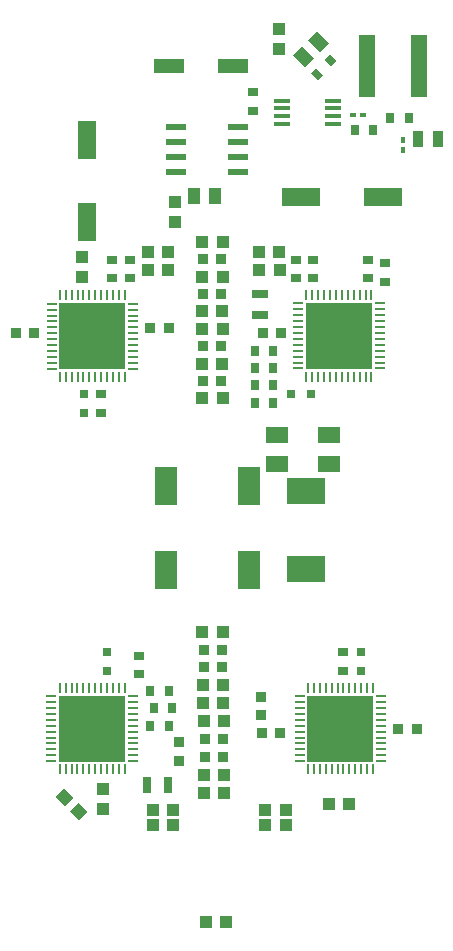
<source format=gtp>
G04 #@! TF.GenerationSoftware,KiCad,Pcbnew,(5.1.9)-1*
G04 #@! TF.CreationDate,2021-04-21T23:02:33-04:00*
G04 #@! TF.ProjectId,RoboRIO-IO-Link-Master,526f626f-5249-44f2-9d49-4f2d4c696e6b,rev?*
G04 #@! TF.SameCoordinates,Original*
G04 #@! TF.FileFunction,Paste,Top*
G04 #@! TF.FilePolarity,Positive*
%FSLAX46Y46*%
G04 Gerber Fmt 4.6, Leading zero omitted, Abs format (unit mm)*
G04 Created by KiCad (PCBNEW (5.1.9)-1) date 2021-04-21 23:02:33*
%MOMM*%
%LPD*%
G01*
G04 APERTURE LIST*
%ADD10C,0.152400*%
%ADD11R,0.812800X0.762000*%
%ADD12R,3.251200X2.235200*%
%ADD13R,1.879600X3.251200*%
%ADD14R,1.900000X1.400000*%
%ADD15R,5.588000X5.588000*%
%ADD16R,0.203200X0.812800*%
%ADD17R,0.812800X0.203200*%
%ADD18R,1.371600X0.457200*%
%ADD19R,1.651000X0.558800*%
%ADD20R,1.450000X0.803200*%
%ADD21R,0.762000X0.812800*%
%ADD22R,0.803200X1.450000*%
%ADD23R,0.812800X1.346200*%
%ADD24R,1.397000X5.308600*%
%ADD25R,0.870000X0.930000*%
%ADD26R,0.800000X0.655600*%
%ADD27R,1.000000X1.100000*%
%ADD28R,0.655600X0.800000*%
%ADD29R,0.930000X0.870000*%
%ADD30C,0.100000*%
%ADD31R,1.100000X1.000000*%
%ADD32R,1.066800X1.397000*%
%ADD33R,3.302000X1.498600*%
%ADD34R,1.498600X3.302000*%
%ADD35R,0.300000X0.505600*%
%ADD36R,0.505600X0.300000*%
%ADD37R,2.616200X1.219200*%
%ADD38R,0.930000X0.910000*%
G04 APERTURE END LIST*
D10*
X42467200Y-88977800D02*
X43664200Y-88977800D01*
X42467200Y-87780800D02*
X42467200Y-88977800D01*
X43664200Y-87780800D02*
X42467200Y-87780800D01*
X43664200Y-88977800D02*
X43664200Y-87780800D01*
X42467200Y-90374800D02*
X43664200Y-90374800D01*
X42467200Y-89177800D02*
X42467200Y-90374800D01*
X43664200Y-89177800D02*
X42467200Y-89177800D01*
X43664200Y-90374800D02*
X43664200Y-89177800D01*
X42467200Y-91771800D02*
X43664200Y-91771800D01*
X42467200Y-90574800D02*
X42467200Y-91771800D01*
X43664200Y-90574800D02*
X42467200Y-90574800D01*
X43664200Y-91771800D02*
X43664200Y-90574800D01*
X42467200Y-93168800D02*
X43664200Y-93168800D01*
X42467200Y-91971800D02*
X42467200Y-93168800D01*
X43664200Y-91971800D02*
X42467200Y-91971800D01*
X43664200Y-93168800D02*
X43664200Y-91971800D01*
X43864200Y-88977800D02*
X45061200Y-88977800D01*
X43864200Y-87780800D02*
X43864200Y-88977800D01*
X45061200Y-87780800D02*
X43864200Y-87780800D01*
X45061200Y-88977800D02*
X45061200Y-87780800D01*
X43864200Y-90374800D02*
X45061200Y-90374800D01*
X43864200Y-89177800D02*
X43864200Y-90374800D01*
X45061200Y-89177800D02*
X43864200Y-89177800D01*
X45061200Y-90374800D02*
X45061200Y-89177800D01*
X43864200Y-91771800D02*
X45061200Y-91771800D01*
X43864200Y-90574800D02*
X43864200Y-91771800D01*
X45061200Y-90574800D02*
X43864200Y-90574800D01*
X45061200Y-91771800D02*
X45061200Y-90574800D01*
X43864200Y-93168800D02*
X45061200Y-93168800D01*
X43864200Y-91971800D02*
X43864200Y-93168800D01*
X45061200Y-91971800D02*
X43864200Y-91971800D01*
X45061200Y-93168800D02*
X45061200Y-91971800D01*
X45261200Y-88977800D02*
X46458200Y-88977800D01*
X45261200Y-87780800D02*
X45261200Y-88977800D01*
X46458200Y-87780800D02*
X45261200Y-87780800D01*
X46458200Y-88977800D02*
X46458200Y-87780800D01*
X45261200Y-90374800D02*
X46458200Y-90374800D01*
X45261200Y-89177800D02*
X45261200Y-90374800D01*
X46458200Y-89177800D02*
X45261200Y-89177800D01*
X46458200Y-90374800D02*
X46458200Y-89177800D01*
X45261200Y-91771800D02*
X46458200Y-91771800D01*
X45261200Y-90574800D02*
X45261200Y-91771800D01*
X46458200Y-90574800D02*
X45261200Y-90574800D01*
X46458200Y-91771800D02*
X46458200Y-90574800D01*
X45261200Y-93168800D02*
X46458200Y-93168800D01*
X45261200Y-91971800D02*
X45261200Y-93168800D01*
X46458200Y-91971800D02*
X45261200Y-91971800D01*
X46458200Y-93168800D02*
X46458200Y-91971800D01*
X46658200Y-88977800D02*
X47855200Y-88977800D01*
X46658200Y-87780800D02*
X46658200Y-88977800D01*
X47855200Y-87780800D02*
X46658200Y-87780800D01*
X47855200Y-88977800D02*
X47855200Y-87780800D01*
X46658200Y-90374800D02*
X47855200Y-90374800D01*
X46658200Y-89177800D02*
X46658200Y-90374800D01*
X47855200Y-89177800D02*
X46658200Y-89177800D01*
X47855200Y-90374800D02*
X47855200Y-89177800D01*
X46658200Y-91771800D02*
X47855200Y-91771800D01*
X46658200Y-90574800D02*
X46658200Y-91771800D01*
X47855200Y-90574800D02*
X46658200Y-90574800D01*
X47855200Y-91771800D02*
X47855200Y-90574800D01*
X46658200Y-93168800D02*
X47855200Y-93168800D01*
X46658200Y-91971800D02*
X46658200Y-93168800D01*
X47855200Y-91971800D02*
X46658200Y-91971800D01*
X47855200Y-93168800D02*
X47855200Y-91971800D01*
X63346000Y-88952400D02*
X64543000Y-88952400D01*
X63346000Y-87755400D02*
X63346000Y-88952400D01*
X64543000Y-87755400D02*
X63346000Y-87755400D01*
X64543000Y-88952400D02*
X64543000Y-87755400D01*
X63346000Y-90349400D02*
X64543000Y-90349400D01*
X63346000Y-89152400D02*
X63346000Y-90349400D01*
X64543000Y-89152400D02*
X63346000Y-89152400D01*
X64543000Y-90349400D02*
X64543000Y-89152400D01*
X63346000Y-91746400D02*
X64543000Y-91746400D01*
X63346000Y-90549400D02*
X63346000Y-91746400D01*
X64543000Y-90549400D02*
X63346000Y-90549400D01*
X64543000Y-91746400D02*
X64543000Y-90549400D01*
X63346000Y-93143400D02*
X64543000Y-93143400D01*
X63346000Y-91946400D02*
X63346000Y-93143400D01*
X64543000Y-91946400D02*
X63346000Y-91946400D01*
X64543000Y-93143400D02*
X64543000Y-91946400D01*
X64743000Y-88952400D02*
X65940000Y-88952400D01*
X64743000Y-87755400D02*
X64743000Y-88952400D01*
X65940000Y-87755400D02*
X64743000Y-87755400D01*
X65940000Y-88952400D02*
X65940000Y-87755400D01*
X64743000Y-90349400D02*
X65940000Y-90349400D01*
X64743000Y-89152400D02*
X64743000Y-90349400D01*
X65940000Y-89152400D02*
X64743000Y-89152400D01*
X65940000Y-90349400D02*
X65940000Y-89152400D01*
X64743000Y-91746400D02*
X65940000Y-91746400D01*
X64743000Y-90549400D02*
X64743000Y-91746400D01*
X65940000Y-90549400D02*
X64743000Y-90549400D01*
X65940000Y-91746400D02*
X65940000Y-90549400D01*
X64743000Y-93143400D02*
X65940000Y-93143400D01*
X64743000Y-91946400D02*
X64743000Y-93143400D01*
X65940000Y-91946400D02*
X64743000Y-91946400D01*
X65940000Y-93143400D02*
X65940000Y-91946400D01*
X66140000Y-88952400D02*
X67337000Y-88952400D01*
X66140000Y-87755400D02*
X66140000Y-88952400D01*
X67337000Y-87755400D02*
X66140000Y-87755400D01*
X67337000Y-88952400D02*
X67337000Y-87755400D01*
X66140000Y-90349400D02*
X67337000Y-90349400D01*
X66140000Y-89152400D02*
X66140000Y-90349400D01*
X67337000Y-89152400D02*
X66140000Y-89152400D01*
X67337000Y-90349400D02*
X67337000Y-89152400D01*
X66140000Y-91746400D02*
X67337000Y-91746400D01*
X66140000Y-90549400D02*
X66140000Y-91746400D01*
X67337000Y-90549400D02*
X66140000Y-90549400D01*
X67337000Y-91746400D02*
X67337000Y-90549400D01*
X66140000Y-93143400D02*
X67337000Y-93143400D01*
X66140000Y-91946400D02*
X66140000Y-93143400D01*
X67337000Y-91946400D02*
X66140000Y-91946400D01*
X67337000Y-93143400D02*
X67337000Y-91946400D01*
X67537000Y-88952400D02*
X68734000Y-88952400D01*
X67537000Y-87755400D02*
X67537000Y-88952400D01*
X68734000Y-87755400D02*
X67537000Y-87755400D01*
X68734000Y-88952400D02*
X68734000Y-87755400D01*
X67537000Y-90349400D02*
X68734000Y-90349400D01*
X67537000Y-89152400D02*
X67537000Y-90349400D01*
X68734000Y-89152400D02*
X67537000Y-89152400D01*
X68734000Y-90349400D02*
X68734000Y-89152400D01*
X67537000Y-91746400D02*
X68734000Y-91746400D01*
X67537000Y-90549400D02*
X67537000Y-91746400D01*
X68734000Y-90549400D02*
X67537000Y-90549400D01*
X68734000Y-91746400D02*
X68734000Y-90549400D01*
X67537000Y-93143400D02*
X68734000Y-93143400D01*
X67537000Y-91946400D02*
X67537000Y-93143400D01*
X68734000Y-91946400D02*
X67537000Y-91946400D01*
X68734000Y-93143400D02*
X68734000Y-91946400D01*
X47842500Y-125195000D02*
X46645500Y-125195000D01*
X47842500Y-126392000D02*
X47842500Y-125195000D01*
X46645500Y-126392000D02*
X47842500Y-126392000D01*
X46645500Y-125195000D02*
X46645500Y-126392000D01*
X47842500Y-123798000D02*
X46645500Y-123798000D01*
X47842500Y-124995000D02*
X47842500Y-123798000D01*
X46645500Y-124995000D02*
X47842500Y-124995000D01*
X46645500Y-123798000D02*
X46645500Y-124995000D01*
X47842500Y-122401000D02*
X46645500Y-122401000D01*
X47842500Y-123598000D02*
X47842500Y-122401000D01*
X46645500Y-123598000D02*
X47842500Y-123598000D01*
X46645500Y-122401000D02*
X46645500Y-123598000D01*
X47842500Y-121004000D02*
X46645500Y-121004000D01*
X47842500Y-122201000D02*
X47842500Y-121004000D01*
X46645500Y-122201000D02*
X47842500Y-122201000D01*
X46645500Y-121004000D02*
X46645500Y-122201000D01*
X46445500Y-125195000D02*
X45248500Y-125195000D01*
X46445500Y-126392000D02*
X46445500Y-125195000D01*
X45248500Y-126392000D02*
X46445500Y-126392000D01*
X45248500Y-125195000D02*
X45248500Y-126392000D01*
X46445500Y-123798000D02*
X45248500Y-123798000D01*
X46445500Y-124995000D02*
X46445500Y-123798000D01*
X45248500Y-124995000D02*
X46445500Y-124995000D01*
X45248500Y-123798000D02*
X45248500Y-124995000D01*
X46445500Y-122401000D02*
X45248500Y-122401000D01*
X46445500Y-123598000D02*
X46445500Y-122401000D01*
X45248500Y-123598000D02*
X46445500Y-123598000D01*
X45248500Y-122401000D02*
X45248500Y-123598000D01*
X46445500Y-121004000D02*
X45248500Y-121004000D01*
X46445500Y-122201000D02*
X46445500Y-121004000D01*
X45248500Y-122201000D02*
X46445500Y-122201000D01*
X45248500Y-121004000D02*
X45248500Y-122201000D01*
X45048500Y-125195000D02*
X43851500Y-125195000D01*
X45048500Y-126392000D02*
X45048500Y-125195000D01*
X43851500Y-126392000D02*
X45048500Y-126392000D01*
X43851500Y-125195000D02*
X43851500Y-126392000D01*
X45048500Y-123798000D02*
X43851500Y-123798000D01*
X45048500Y-124995000D02*
X45048500Y-123798000D01*
X43851500Y-124995000D02*
X45048500Y-124995000D01*
X43851500Y-123798000D02*
X43851500Y-124995000D01*
X45048500Y-122401000D02*
X43851500Y-122401000D01*
X45048500Y-123598000D02*
X45048500Y-122401000D01*
X43851500Y-123598000D02*
X45048500Y-123598000D01*
X43851500Y-122401000D02*
X43851500Y-123598000D01*
X45048500Y-121004000D02*
X43851500Y-121004000D01*
X45048500Y-122201000D02*
X45048500Y-121004000D01*
X43851500Y-122201000D02*
X45048500Y-122201000D01*
X43851500Y-121004000D02*
X43851500Y-122201000D01*
X43651500Y-125195000D02*
X42454500Y-125195000D01*
X43651500Y-126392000D02*
X43651500Y-125195000D01*
X42454500Y-126392000D02*
X43651500Y-126392000D01*
X42454500Y-125195000D02*
X42454500Y-126392000D01*
X43651500Y-123798000D02*
X42454500Y-123798000D01*
X43651500Y-124995000D02*
X43651500Y-123798000D01*
X42454500Y-124995000D02*
X43651500Y-124995000D01*
X42454500Y-123798000D02*
X42454500Y-124995000D01*
X43651500Y-122401000D02*
X42454500Y-122401000D01*
X43651500Y-123598000D02*
X43651500Y-122401000D01*
X42454500Y-123598000D02*
X43651500Y-123598000D01*
X42454500Y-122401000D02*
X42454500Y-123598000D01*
X43651500Y-121004000D02*
X42454500Y-121004000D01*
X43651500Y-122201000D02*
X43651500Y-121004000D01*
X42454500Y-122201000D02*
X43651500Y-122201000D01*
X42454500Y-121004000D02*
X42454500Y-122201000D01*
X68861000Y-125195000D02*
X67664000Y-125195000D01*
X68861000Y-126392000D02*
X68861000Y-125195000D01*
X67664000Y-126392000D02*
X68861000Y-126392000D01*
X67664000Y-125195000D02*
X67664000Y-126392000D01*
X68861000Y-123798000D02*
X67664000Y-123798000D01*
X68861000Y-124995000D02*
X68861000Y-123798000D01*
X67664000Y-124995000D02*
X68861000Y-124995000D01*
X67664000Y-123798000D02*
X67664000Y-124995000D01*
X68861000Y-122401000D02*
X67664000Y-122401000D01*
X68861000Y-123598000D02*
X68861000Y-122401000D01*
X67664000Y-123598000D02*
X68861000Y-123598000D01*
X67664000Y-122401000D02*
X67664000Y-123598000D01*
X68861000Y-121004000D02*
X67664000Y-121004000D01*
X68861000Y-122201000D02*
X68861000Y-121004000D01*
X67664000Y-122201000D02*
X68861000Y-122201000D01*
X67664000Y-121004000D02*
X67664000Y-122201000D01*
X67464000Y-125195000D02*
X66267000Y-125195000D01*
X67464000Y-126392000D02*
X67464000Y-125195000D01*
X66267000Y-126392000D02*
X67464000Y-126392000D01*
X66267000Y-125195000D02*
X66267000Y-126392000D01*
X67464000Y-123798000D02*
X66267000Y-123798000D01*
X67464000Y-124995000D02*
X67464000Y-123798000D01*
X66267000Y-124995000D02*
X67464000Y-124995000D01*
X66267000Y-123798000D02*
X66267000Y-124995000D01*
X67464000Y-122401000D02*
X66267000Y-122401000D01*
X67464000Y-123598000D02*
X67464000Y-122401000D01*
X66267000Y-123598000D02*
X67464000Y-123598000D01*
X66267000Y-122401000D02*
X66267000Y-123598000D01*
X67464000Y-121004000D02*
X66267000Y-121004000D01*
X67464000Y-122201000D02*
X67464000Y-121004000D01*
X66267000Y-122201000D02*
X67464000Y-122201000D01*
X66267000Y-121004000D02*
X66267000Y-122201000D01*
X66067000Y-125195000D02*
X64870000Y-125195000D01*
X66067000Y-126392000D02*
X66067000Y-125195000D01*
X64870000Y-126392000D02*
X66067000Y-126392000D01*
X64870000Y-125195000D02*
X64870000Y-126392000D01*
X66067000Y-123798000D02*
X64870000Y-123798000D01*
X66067000Y-124995000D02*
X66067000Y-123798000D01*
X64870000Y-124995000D02*
X66067000Y-124995000D01*
X64870000Y-123798000D02*
X64870000Y-124995000D01*
X66067000Y-122401000D02*
X64870000Y-122401000D01*
X66067000Y-123598000D02*
X66067000Y-122401000D01*
X64870000Y-123598000D02*
X66067000Y-123598000D01*
X64870000Y-122401000D02*
X64870000Y-123598000D01*
X66067000Y-121004000D02*
X64870000Y-121004000D01*
X66067000Y-122201000D02*
X66067000Y-121004000D01*
X64870000Y-122201000D02*
X66067000Y-122201000D01*
X64870000Y-121004000D02*
X64870000Y-122201000D01*
X64670000Y-125195000D02*
X63473000Y-125195000D01*
X64670000Y-126392000D02*
X64670000Y-125195000D01*
X63473000Y-126392000D02*
X64670000Y-126392000D01*
X63473000Y-125195000D02*
X63473000Y-126392000D01*
X64670000Y-123798000D02*
X63473000Y-123798000D01*
X64670000Y-124995000D02*
X64670000Y-123798000D01*
X63473000Y-124995000D02*
X64670000Y-124995000D01*
X63473000Y-123798000D02*
X63473000Y-124995000D01*
X64670000Y-122401000D02*
X63473000Y-122401000D01*
X64670000Y-123598000D02*
X64670000Y-122401000D01*
X63473000Y-123598000D02*
X64670000Y-123598000D01*
X63473000Y-122401000D02*
X63473000Y-123598000D01*
X64670000Y-121004000D02*
X63473000Y-121004000D01*
X64670000Y-122201000D02*
X64670000Y-121004000D01*
X63473000Y-122201000D02*
X64670000Y-122201000D01*
X63473000Y-121004000D02*
X63473000Y-122201000D01*
D11*
X45923200Y-96939100D03*
X45923200Y-95389700D03*
X66421000Y-117233700D03*
X66421000Y-118783100D03*
D12*
X63246000Y-110185200D03*
X63246000Y-103555800D03*
D13*
X58420000Y-110236000D03*
X51435000Y-110236000D03*
X58420000Y-103187500D03*
X51435000Y-103187500D03*
D14*
X65192000Y-101250600D03*
X60792000Y-101250600D03*
X60792000Y-98850600D03*
X65192000Y-98850600D03*
D15*
X45161200Y-90474800D03*
D16*
X47911200Y-93929200D03*
X47411201Y-93929200D03*
X46911199Y-93929200D03*
X46411200Y-93929200D03*
X45911201Y-93929200D03*
X45411200Y-93929200D03*
X44911200Y-93929200D03*
X44411199Y-93929200D03*
X43911200Y-93929200D03*
X43411201Y-93929200D03*
X42911199Y-93929200D03*
X42411200Y-93929200D03*
D17*
X41706800Y-93224800D03*
X41706800Y-92724801D03*
X41706800Y-92224799D03*
X41706800Y-91724800D03*
X41706800Y-91224801D03*
X41706800Y-90724800D03*
X41706800Y-90224800D03*
X41706800Y-89724799D03*
X41706800Y-89224800D03*
X41706800Y-88724801D03*
X41706800Y-88224799D03*
X41706800Y-87724800D03*
D16*
X42411200Y-87020400D03*
X42911199Y-87020400D03*
X43411201Y-87020400D03*
X43911200Y-87020400D03*
X44411199Y-87020400D03*
X44911200Y-87020400D03*
X45411200Y-87020400D03*
X45911201Y-87020400D03*
X46411200Y-87020400D03*
X46911199Y-87020400D03*
X47411201Y-87020400D03*
X47911200Y-87020400D03*
D17*
X48615600Y-87724800D03*
X48615600Y-88224799D03*
X48615600Y-88724801D03*
X48615600Y-89224800D03*
X48615600Y-89724799D03*
X48615600Y-90224800D03*
X48615600Y-90724800D03*
X48615600Y-91224801D03*
X48615600Y-91724800D03*
X48615600Y-92224799D03*
X48615600Y-92724801D03*
X48615600Y-93224800D03*
D15*
X66040000Y-90449400D03*
D16*
X68790000Y-93903800D03*
X68290001Y-93903800D03*
X67789999Y-93903800D03*
X67290000Y-93903800D03*
X66790001Y-93903800D03*
X66290000Y-93903800D03*
X65790000Y-93903800D03*
X65289999Y-93903800D03*
X64790000Y-93903800D03*
X64290001Y-93903800D03*
X63789999Y-93903800D03*
X63290000Y-93903800D03*
D17*
X62585600Y-93199400D03*
X62585600Y-92699401D03*
X62585600Y-92199399D03*
X62585600Y-91699400D03*
X62585600Y-91199401D03*
X62585600Y-90699400D03*
X62585600Y-90199400D03*
X62585600Y-89699399D03*
X62585600Y-89199400D03*
X62585600Y-88699401D03*
X62585600Y-88199399D03*
X62585600Y-87699400D03*
D16*
X63290000Y-86995000D03*
X63789999Y-86995000D03*
X64290001Y-86995000D03*
X64790000Y-86995000D03*
X65289999Y-86995000D03*
X65790000Y-86995000D03*
X66290000Y-86995000D03*
X66790001Y-86995000D03*
X67290000Y-86995000D03*
X67789999Y-86995000D03*
X68290001Y-86995000D03*
X68790000Y-86995000D03*
D17*
X69494400Y-87699400D03*
X69494400Y-88199399D03*
X69494400Y-88699401D03*
X69494400Y-89199400D03*
X69494400Y-89699399D03*
X69494400Y-90199400D03*
X69494400Y-90699400D03*
X69494400Y-91199401D03*
X69494400Y-91699400D03*
X69494400Y-92199399D03*
X69494400Y-92699401D03*
X69494400Y-93199400D03*
D15*
X45148500Y-123698000D03*
D16*
X42398500Y-120243600D03*
X42898499Y-120243600D03*
X43398501Y-120243600D03*
X43898500Y-120243600D03*
X44398499Y-120243600D03*
X44898500Y-120243600D03*
X45398500Y-120243600D03*
X45898501Y-120243600D03*
X46398500Y-120243600D03*
X46898499Y-120243600D03*
X47398501Y-120243600D03*
X47898500Y-120243600D03*
D17*
X48602900Y-120948000D03*
X48602900Y-121447999D03*
X48602900Y-121948001D03*
X48602900Y-122448000D03*
X48602900Y-122947999D03*
X48602900Y-123448000D03*
X48602900Y-123948000D03*
X48602900Y-124448001D03*
X48602900Y-124948000D03*
X48602900Y-125447999D03*
X48602900Y-125948001D03*
X48602900Y-126448000D03*
D16*
X47898500Y-127152400D03*
X47398501Y-127152400D03*
X46898499Y-127152400D03*
X46398500Y-127152400D03*
X45898501Y-127152400D03*
X45398500Y-127152400D03*
X44898500Y-127152400D03*
X44398499Y-127152400D03*
X43898500Y-127152400D03*
X43398501Y-127152400D03*
X42898499Y-127152400D03*
X42398500Y-127152400D03*
D17*
X41694100Y-126448000D03*
X41694100Y-125948001D03*
X41694100Y-125447999D03*
X41694100Y-124948000D03*
X41694100Y-124448001D03*
X41694100Y-123948000D03*
X41694100Y-123448000D03*
X41694100Y-122947999D03*
X41694100Y-122448000D03*
X41694100Y-121948001D03*
X41694100Y-121447999D03*
X41694100Y-120948000D03*
D15*
X66167000Y-123698000D03*
D16*
X63417000Y-120243600D03*
X63916999Y-120243600D03*
X64417001Y-120243600D03*
X64917000Y-120243600D03*
X65416999Y-120243600D03*
X65917000Y-120243600D03*
X66417000Y-120243600D03*
X66917001Y-120243600D03*
X67417000Y-120243600D03*
X67916999Y-120243600D03*
X68417001Y-120243600D03*
X68917000Y-120243600D03*
D17*
X69621400Y-120948000D03*
X69621400Y-121447999D03*
X69621400Y-121948001D03*
X69621400Y-122448000D03*
X69621400Y-122947999D03*
X69621400Y-123448000D03*
X69621400Y-123948000D03*
X69621400Y-124448001D03*
X69621400Y-124948000D03*
X69621400Y-125447999D03*
X69621400Y-125948001D03*
X69621400Y-126448000D03*
D16*
X68917000Y-127152400D03*
X68417001Y-127152400D03*
X67916999Y-127152400D03*
X67417000Y-127152400D03*
X66917001Y-127152400D03*
X66417000Y-127152400D03*
X65917000Y-127152400D03*
X65416999Y-127152400D03*
X64917000Y-127152400D03*
X64417001Y-127152400D03*
X63916999Y-127152400D03*
X63417000Y-127152400D03*
D17*
X62712600Y-126448000D03*
X62712600Y-125948001D03*
X62712600Y-125447999D03*
X62712600Y-124948000D03*
X62712600Y-124448001D03*
X62712600Y-123948000D03*
X62712600Y-123448000D03*
X62712600Y-122947999D03*
X62712600Y-122448000D03*
X62712600Y-121948001D03*
X62712600Y-121447999D03*
X62712600Y-120948000D03*
D18*
X61175900Y-72475999D03*
X61175900Y-71826001D03*
X61175900Y-71175999D03*
X61175900Y-70526001D03*
X65570100Y-70526001D03*
X65570100Y-71175999D03*
X65570100Y-71826001D03*
X65570100Y-72475999D03*
D19*
X52235100Y-76581000D03*
X52235100Y-75311000D03*
X52235100Y-74041000D03*
X52235100Y-72771000D03*
X57492900Y-72771000D03*
X57492900Y-74041000D03*
X57492900Y-75311000D03*
X57492900Y-76581000D03*
D11*
X46837600Y-84010500D03*
X46837600Y-85559900D03*
X48310800Y-84010500D03*
X48310800Y-85559900D03*
D20*
X59385200Y-86880800D03*
X59385200Y-88684000D03*
D21*
X60464700Y-91694000D03*
X58915300Y-91694000D03*
X60464700Y-93167200D03*
X58915300Y-93167200D03*
X60464700Y-94640400D03*
X58915300Y-94640400D03*
X60464700Y-96113600D03*
X58915300Y-96113600D03*
D11*
X62382400Y-84010500D03*
X62382400Y-85559900D03*
X63855600Y-84010500D03*
X63855600Y-85559900D03*
X68478400Y-84010500D03*
X68478400Y-85559900D03*
X69951600Y-84315300D03*
X69951600Y-85864700D03*
D22*
X49796800Y-128473200D03*
X51600000Y-128473200D03*
D21*
X50076100Y-123444000D03*
X51625500Y-123444000D03*
X50380900Y-121970800D03*
X51930300Y-121970800D03*
X50076100Y-120497600D03*
X51625500Y-120497600D03*
D11*
X49072800Y-119087900D03*
X49072800Y-117538500D03*
D23*
X74409300Y-73761600D03*
X72707500Y-73761600D03*
D21*
X68948300Y-73050400D03*
X67398900Y-73050400D03*
D11*
X58775600Y-71386700D03*
X58775600Y-69837300D03*
D21*
X71945500Y-71983600D03*
X70396100Y-71983600D03*
D24*
X72809100Y-67564000D03*
X68414900Y-67564000D03*
D25*
X40251600Y-90170000D03*
X38691600Y-90170000D03*
D26*
X44424600Y-96992200D03*
X44424600Y-95336600D03*
D27*
X44246800Y-83732000D03*
X44246800Y-85432000D03*
D25*
X50070800Y-89763600D03*
X51630800Y-89763600D03*
X61130400Y-90220800D03*
X59570400Y-90220800D03*
D28*
X62011800Y-95351600D03*
X63667400Y-95351600D03*
D29*
X52476400Y-124848400D03*
X52476400Y-126408400D03*
D26*
X46431200Y-117180600D03*
X46431200Y-118836200D03*
D27*
X46024800Y-130478000D03*
X46024800Y-128778000D03*
D30*
G36*
X43292579Y-130664486D02*
G01*
X43999686Y-129957379D01*
X44777503Y-130735196D01*
X44070396Y-131442303D01*
X43292579Y-130664486D01*
G37*
G36*
X42090497Y-129462404D02*
G01*
X42797604Y-128755297D01*
X43575421Y-129533114D01*
X42868314Y-130240221D01*
X42090497Y-129462404D01*
G37*
D25*
X71069200Y-123748800D03*
X72629200Y-123748800D03*
D26*
X67894200Y-118836200D03*
X67894200Y-117180600D03*
D31*
X65190000Y-130048000D03*
X66890000Y-130048000D03*
D29*
X59436000Y-120987600D03*
X59436000Y-122547600D03*
D25*
X61061600Y-124053600D03*
X59501600Y-124053600D03*
D32*
X53746400Y-78587600D03*
X55549800Y-78587600D03*
D33*
X69748400Y-78676500D03*
X62839600Y-78676500D03*
D34*
X44704000Y-73888600D03*
X44704000Y-80797400D03*
D35*
X71424800Y-74672400D03*
X71424800Y-73866800D03*
D36*
X68068400Y-71780400D03*
X67262800Y-71780400D03*
D30*
G36*
X64444841Y-66400487D02*
G01*
X63457013Y-65412659D01*
X64211355Y-64658317D01*
X65199183Y-65646145D01*
X64444841Y-66400487D01*
G37*
G36*
X63169645Y-67675683D02*
G01*
X62181817Y-66687855D01*
X62936159Y-65933513D01*
X63923987Y-66921341D01*
X63169645Y-67675683D01*
G37*
G36*
X65406396Y-67620289D02*
G01*
X64840711Y-67054604D01*
X65304290Y-66591025D01*
X65869975Y-67156710D01*
X65406396Y-67620289D01*
G37*
G36*
X64235710Y-68790975D02*
G01*
X63670025Y-68225290D01*
X64133604Y-67761711D01*
X64699289Y-68327396D01*
X64235710Y-68790975D01*
G37*
D37*
X51650900Y-67564000D03*
X57061100Y-67564000D03*
D31*
X54762400Y-140106400D03*
X56462400Y-140106400D03*
D27*
X60960000Y-66165200D03*
X60960000Y-64465200D03*
X52171600Y-80795600D03*
X52171600Y-79095600D03*
D31*
X56184800Y-115519200D03*
X54484800Y-115519200D03*
D38*
X56134000Y-117043200D03*
X54614000Y-117043200D03*
X56134000Y-118516400D03*
X54614000Y-118516400D03*
D31*
X56235600Y-120040400D03*
X54535600Y-120040400D03*
X56235600Y-121564400D03*
X54535600Y-121564400D03*
X61518800Y-130556000D03*
X59818800Y-130556000D03*
X56184800Y-82473800D03*
X54484800Y-82473800D03*
D38*
X56079200Y-83947000D03*
X54559200Y-83947000D03*
X56079200Y-86893400D03*
X54559200Y-86893400D03*
D31*
X56183000Y-85420200D03*
X54483000Y-85420200D03*
X56157600Y-88366600D03*
X54457600Y-88366600D03*
X60983600Y-83362800D03*
X59283600Y-83362800D03*
X61010800Y-84836000D03*
X59310800Y-84836000D03*
X56183000Y-89839800D03*
X54483000Y-89839800D03*
D38*
X56079200Y-91313000D03*
X54559200Y-91313000D03*
X56079200Y-94259400D03*
X54559200Y-94259400D03*
D31*
X56157600Y-92786200D03*
X54457600Y-92786200D03*
X56183000Y-95732600D03*
X54483000Y-95732600D03*
X49885600Y-83362800D03*
X51585600Y-83362800D03*
X49885600Y-84836000D03*
X51585600Y-84836000D03*
X50292000Y-131876800D03*
X51992000Y-131876800D03*
X50292000Y-130556000D03*
X51992000Y-130556000D03*
X56272800Y-123088400D03*
X54572800Y-123088400D03*
D38*
X56184800Y-124612400D03*
X54664800Y-124612400D03*
X56184800Y-126136400D03*
X54664800Y-126136400D03*
D31*
X56337200Y-127660400D03*
X54637200Y-127660400D03*
X56286400Y-129184400D03*
X54586400Y-129184400D03*
X61518800Y-131876800D03*
X59818800Y-131876800D03*
M02*

</source>
